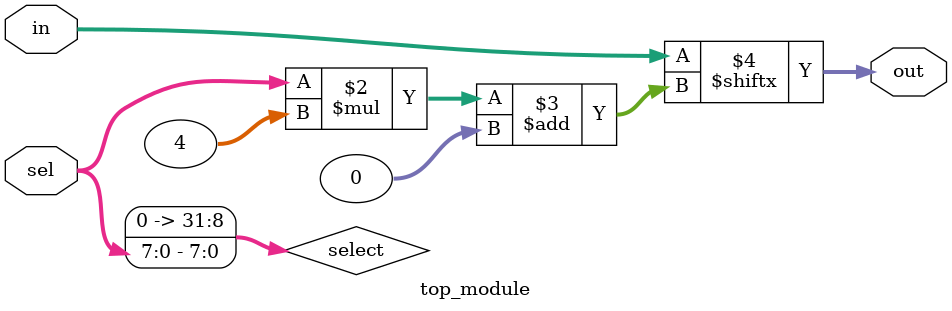
<source format=v>
module top_module( 
    input [1023:0] in,
    input [7:0] sel,
    output [3:0] out );
	
    integer select;
    always @ (*) begin
        
        select = sel;
        out = in[sel*4 +: 4];
        
    end
    
endmodule

</source>
